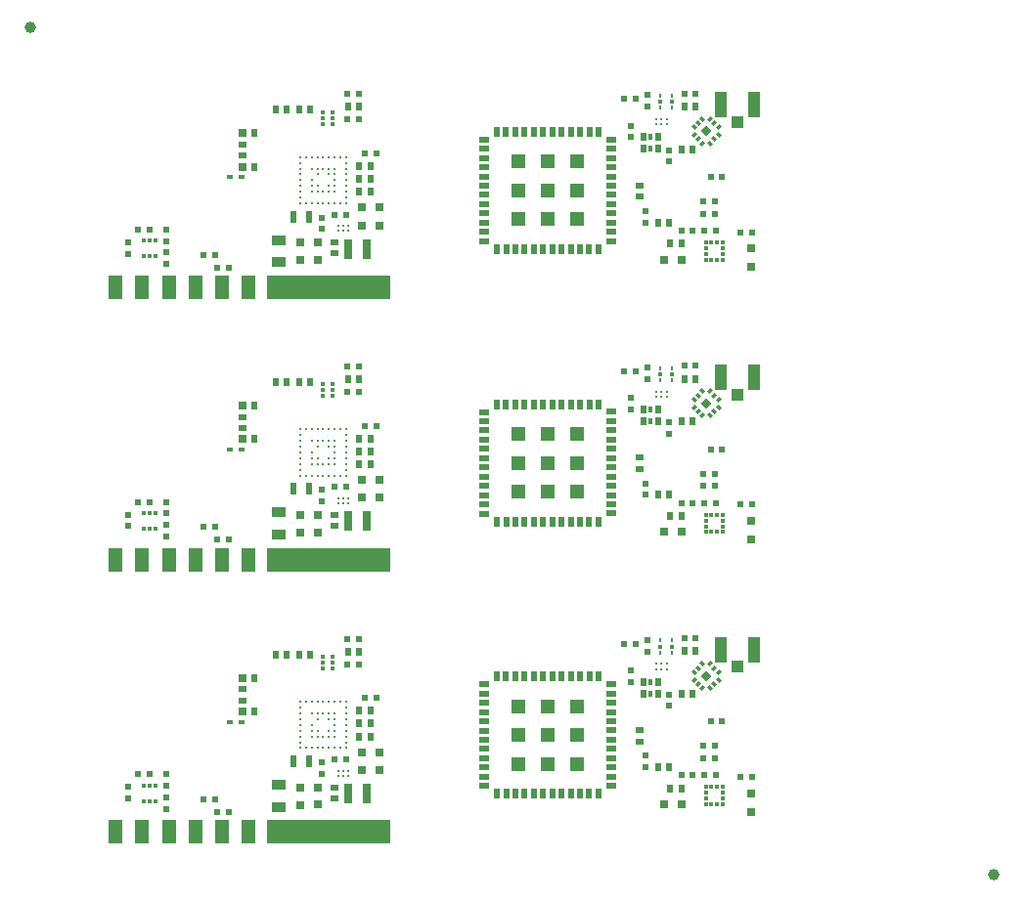
<source format=gbp>
G04*
G04 #@! TF.GenerationSoftware,Altium Limited,Altium Designer,19.1.8 (144)*
G04*
G04 Layer_Color=128*
%FSAX25Y25*%
%MOIN*%
G70*
G01*
G75*
%ADD10C,0.03937*%
%ADD11R,0.01968X0.02362*%
%ADD12R,0.02520X0.02362*%
%ADD16R,0.03150X0.03150*%
%ADD20R,0.02362X0.01968*%
%ADD23R,0.02362X0.02520*%
%ADD24R,0.05118X0.03543*%
%ADD40R,0.02362X0.02953*%
%ADD44R,0.01968X0.02953*%
%ADD45R,0.01181X0.01968*%
%ADD46R,0.01968X0.02803*%
%ADD48R,0.01575X0.01181*%
%ADD50C,0.01181*%
%ADD55R,0.01181X0.01181*%
%ADD56R,0.01181X0.01181*%
%ADD57R,0.02441X0.02244*%
%ADD58R,0.03937X0.03937*%
%ADD59R,0.03937X0.08661*%
%ADD60R,0.04134X0.08661*%
%ADD61R,0.03150X0.03150*%
%ADD66R,0.42126X0.07874*%
%ADD67R,0.04724X0.07874*%
%ADD68R,0.02362X0.04331*%
%ADD69R,0.01181X0.01772*%
%ADD70R,0.02756X0.06693*%
%ADD71R,0.02803X0.02244*%
%ADD72R,0.02244X0.02803*%
%ADD73R,0.01968X0.01575*%
%ADD74R,0.02803X0.02520*%
%ADD75R,0.02362X0.02803*%
%ADD138R,0.03780X0.01968*%
%ADD139R,0.03740X0.01929*%
%ADD140R,0.03740X0.01929*%
%ADD141R,0.01929X0.03740*%
G04:AMPARAMS|DCode=142|XSize=9.84mil|YSize=16.73mil|CornerRadius=0mil|HoleSize=0mil|Usage=FLASHONLY|Rotation=45.000|XOffset=0mil|YOffset=0mil|HoleType=Round|Shape=Rectangle|*
%AMROTATEDRECTD142*
4,1,4,0.00244,-0.00940,-0.00940,0.00244,-0.00244,0.00940,0.00940,-0.00244,0.00244,-0.00940,0.0*
%
%ADD142ROTATEDRECTD142*%

G04:AMPARAMS|DCode=143|XSize=9.84mil|YSize=16.73mil|CornerRadius=0mil|HoleSize=0mil|Usage=FLASHONLY|Rotation=315.000|XOffset=0mil|YOffset=0mil|HoleType=Round|Shape=Rectangle|*
%AMROTATEDRECTD143*
4,1,4,-0.00940,-0.00244,0.00244,0.00940,0.00940,0.00244,-0.00244,-0.00940,-0.00940,-0.00244,0.0*
%
%ADD143ROTATEDRECTD143*%

%ADD144P,0.03897X4X180.0*%
%ADD145R,0.01024X0.01417*%
%ADD146C,0.00039*%
%ADD147C,0.00787*%
%ADD148R,0.04724X0.04724*%
G04:AMPARAMS|DCode=149|XSize=47.24mil|YSize=47.24mil|CornerRadius=0mil|HoleSize=0mil|Usage=FLASHONLY|Rotation=360.000|XOffset=0mil|YOffset=0mil|HoleType=Round|Shape=RoundedRectangle|*
%AMROUNDEDRECTD149*
21,1,0.04724,0.04724,0,0,360.0*
21,1,0.04724,0.04724,0,0,360.0*
1,1,0.00000,0.02362,-0.02362*
1,1,0.00000,-0.02362,-0.02362*
1,1,0.00000,-0.02362,0.02362*
1,1,0.00000,0.02362,0.02362*
%
%ADD149ROUNDEDRECTD149*%
G36*
X0356909Y0328710D02*
X0356565Y0328366D01*
X0355925Y0328366D01*
Y0329448D01*
X0356909D01*
X0356909Y0328710D01*
D02*
G37*
G36*
Y0235797D02*
X0356565Y0235452D01*
X0355925Y0235452D01*
Y0236535D01*
X0356909D01*
X0356909Y0235797D01*
D02*
G37*
G36*
Y0142883D02*
X0356565Y0142539D01*
X0355925Y0142539D01*
Y0143622D01*
X0356909D01*
X0356909Y0142883D01*
D02*
G37*
D10*
X0454725Y0113189D02*
D03*
X0126181Y0402362D02*
D03*
D11*
X0368346Y0332362D02*
D03*
X0372283D02*
D03*
X0358110Y0351299D02*
D03*
X0362047D02*
D03*
X0359646Y0342952D02*
D03*
X0355709D02*
D03*
X0359646Y0338661D02*
D03*
X0355709D02*
D03*
X0349094Y0379684D02*
D03*
X0353031D02*
D03*
X0332401Y0377834D02*
D03*
X0328465D02*
D03*
X0359921Y0332913D02*
D03*
X0355984D02*
D03*
X0352008D02*
D03*
X0348071D02*
D03*
X0368346Y0239448D02*
D03*
X0372283D02*
D03*
X0358110Y0258385D02*
D03*
X0362047D02*
D03*
X0359646Y0250039D02*
D03*
X0355709D02*
D03*
X0359646Y0245747D02*
D03*
X0355709D02*
D03*
X0349094Y0286771D02*
D03*
X0353031D02*
D03*
X0332401Y0284921D02*
D03*
X0328465D02*
D03*
X0359921Y0240000D02*
D03*
X0355984D02*
D03*
X0352008D02*
D03*
X0348071D02*
D03*
X0368346Y0146535D02*
D03*
X0372283D02*
D03*
X0358110Y0165472D02*
D03*
X0362047D02*
D03*
X0359646Y0157125D02*
D03*
X0355709D02*
D03*
X0359646Y0152834D02*
D03*
X0355709D02*
D03*
X0349094Y0193858D02*
D03*
X0353031D02*
D03*
X0332401Y0192007D02*
D03*
X0328465D02*
D03*
X0359921Y0147086D02*
D03*
X0355984D02*
D03*
X0352008D02*
D03*
X0348071D02*
D03*
X0230000Y0152559D02*
D03*
X0233937D02*
D03*
X0238172Y0184919D02*
D03*
X0234235D02*
D03*
X0234245Y0193669D02*
D03*
X0238182D02*
D03*
X0166732Y0147441D02*
D03*
X0162795D02*
D03*
X0244291Y0173425D02*
D03*
X0240354D02*
D03*
X0189803Y0134488D02*
D03*
X0193740D02*
D03*
X0185354Y0138858D02*
D03*
X0189291D02*
D03*
X0230000Y0245473D02*
D03*
X0233937D02*
D03*
X0238172Y0277832D02*
D03*
X0234235D02*
D03*
X0234245Y0286582D02*
D03*
X0238182D02*
D03*
X0166732Y0240354D02*
D03*
X0162795D02*
D03*
X0244291Y0266339D02*
D03*
X0240354D02*
D03*
X0189803Y0227402D02*
D03*
X0193740D02*
D03*
X0185354Y0231772D02*
D03*
X0189291D02*
D03*
X0230000Y0338386D02*
D03*
X0233937D02*
D03*
X0238172Y0370746D02*
D03*
X0234235D02*
D03*
X0234245Y0379496D02*
D03*
X0238182D02*
D03*
X0166732Y0333268D02*
D03*
X0162795D02*
D03*
X0244291Y0359252D02*
D03*
X0240354D02*
D03*
X0189803Y0320315D02*
D03*
X0193740D02*
D03*
X0185354Y0324685D02*
D03*
X0189291D02*
D03*
D12*
X0333779Y0344527D02*
D03*
Y0348307D02*
D03*
Y0251614D02*
D03*
Y0255393D02*
D03*
Y0158700D02*
D03*
Y0162480D02*
D03*
X0229764Y0139252D02*
D03*
Y0143032D02*
D03*
Y0232165D02*
D03*
Y0235945D02*
D03*
Y0325079D02*
D03*
Y0328858D02*
D03*
D16*
X0371811Y0326732D02*
D03*
Y0320433D02*
D03*
Y0233818D02*
D03*
Y0227519D02*
D03*
Y0140905D02*
D03*
Y0134606D02*
D03*
X0218268Y0142953D02*
D03*
Y0137047D02*
D03*
X0224370Y0142992D02*
D03*
Y0137087D02*
D03*
X0218268Y0235866D02*
D03*
Y0229961D02*
D03*
X0224370Y0235906D02*
D03*
Y0230000D02*
D03*
X0218268Y0328780D02*
D03*
Y0322874D02*
D03*
X0224370Y0328819D02*
D03*
Y0322914D02*
D03*
D20*
X0335748Y0339606D02*
D03*
Y0335669D02*
D03*
X0330984Y0368700D02*
D03*
Y0364763D02*
D03*
X0336653Y0375157D02*
D03*
Y0379094D02*
D03*
X0335748Y0246692D02*
D03*
Y0242755D02*
D03*
X0330984Y0275787D02*
D03*
Y0271850D02*
D03*
X0336653Y0282244D02*
D03*
Y0286181D02*
D03*
X0335748Y0153779D02*
D03*
Y0149842D02*
D03*
X0330984Y0182873D02*
D03*
Y0178936D02*
D03*
X0336653Y0189330D02*
D03*
Y0193267D02*
D03*
X0172638Y0143504D02*
D03*
Y0147441D02*
D03*
Y0135630D02*
D03*
Y0139567D02*
D03*
X0159646Y0139173D02*
D03*
Y0143110D02*
D03*
X0225494Y0151513D02*
D03*
Y0147575D02*
D03*
X0172638Y0236417D02*
D03*
Y0240354D02*
D03*
Y0228543D02*
D03*
Y0232480D02*
D03*
X0159646Y0232087D02*
D03*
Y0236024D02*
D03*
X0225494Y0244426D02*
D03*
Y0240489D02*
D03*
X0172638Y0329331D02*
D03*
Y0333268D02*
D03*
Y0321457D02*
D03*
Y0325394D02*
D03*
X0159646Y0325000D02*
D03*
Y0328937D02*
D03*
X0225494Y0337339D02*
D03*
Y0333402D02*
D03*
D23*
X0340079Y0335669D02*
D03*
X0343858D02*
D03*
X0348110Y0328503D02*
D03*
X0344331D02*
D03*
X0352953Y0375275D02*
D03*
X0349173D02*
D03*
X0340079Y0242755D02*
D03*
X0343858D02*
D03*
X0348110Y0235590D02*
D03*
X0344331D02*
D03*
X0352953Y0282362D02*
D03*
X0349173D02*
D03*
X0340079Y0149842D02*
D03*
X0343858D02*
D03*
X0348110Y0142677D02*
D03*
X0344331D02*
D03*
X0352953Y0189448D02*
D03*
X0349173D02*
D03*
X0242165Y0164764D02*
D03*
X0238386D02*
D03*
X0242165Y0169095D02*
D03*
X0238386D02*
D03*
X0242165Y0160354D02*
D03*
X0238386D02*
D03*
X0202418Y0168858D02*
D03*
Y0180276D02*
D03*
X0238233Y0189339D02*
D03*
X0234454D02*
D03*
X0242165Y0257677D02*
D03*
X0238386D02*
D03*
X0242165Y0262008D02*
D03*
X0238386D02*
D03*
X0242165Y0253268D02*
D03*
X0238386D02*
D03*
X0202418Y0261772D02*
D03*
Y0273189D02*
D03*
X0238233Y0282252D02*
D03*
X0234454D02*
D03*
X0242165Y0350591D02*
D03*
X0238386D02*
D03*
X0242165Y0354921D02*
D03*
X0238386D02*
D03*
X0242165Y0346181D02*
D03*
X0238386D02*
D03*
X0202418Y0354685D02*
D03*
Y0366103D02*
D03*
X0238233Y0375166D02*
D03*
X0234454D02*
D03*
D24*
X0210787Y0136339D02*
D03*
Y0143819D02*
D03*
Y0229252D02*
D03*
Y0236732D02*
D03*
Y0322165D02*
D03*
Y0329646D02*
D03*
D40*
X0348149Y0360669D02*
D03*
X0351929D02*
D03*
X0348149Y0267755D02*
D03*
X0351929D02*
D03*
X0348149Y0174842D02*
D03*
X0351929D02*
D03*
D44*
X0335079Y0360807D02*
D03*
Y0267893D02*
D03*
Y0174980D02*
D03*
D45*
X0337638Y0360807D02*
D03*
Y0364744D02*
D03*
Y0267893D02*
D03*
Y0271830D02*
D03*
Y0174980D02*
D03*
Y0178917D02*
D03*
D46*
X0340197Y0360807D02*
D03*
X0335079Y0364744D02*
D03*
X0340197D02*
D03*
Y0267893D02*
D03*
X0335079Y0271830D02*
D03*
X0340197D02*
D03*
Y0174980D02*
D03*
X0335079Y0178917D02*
D03*
X0340197D02*
D03*
D48*
X0344921Y0376850D02*
D03*
X0340984D02*
D03*
X0344921Y0283937D02*
D03*
X0340984D02*
D03*
X0344921Y0191023D02*
D03*
X0340984D02*
D03*
X0229158Y0183550D02*
D03*
Y0185519D02*
D03*
Y0187487D02*
D03*
X0226008D02*
D03*
Y0185519D02*
D03*
Y0183550D02*
D03*
X0229158Y0276464D02*
D03*
Y0278432D02*
D03*
Y0280401D02*
D03*
X0226008D02*
D03*
Y0278432D02*
D03*
Y0276464D02*
D03*
X0229158Y0369377D02*
D03*
Y0371346D02*
D03*
Y0373314D02*
D03*
X0226008D02*
D03*
Y0371346D02*
D03*
Y0369377D02*
D03*
D50*
X0233937Y0156417D02*
D03*
Y0158386D02*
D03*
Y0160354D02*
D03*
Y0162323D02*
D03*
Y0164291D02*
D03*
Y0166260D02*
D03*
Y0168228D02*
D03*
Y0170197D02*
D03*
Y0172165D02*
D03*
X0218189Y0156417D02*
D03*
X0220158D02*
D03*
X0222126D02*
D03*
X0224095D02*
D03*
X0226063D02*
D03*
X0228031D02*
D03*
X0230000D02*
D03*
X0231968D02*
D03*
X0218189Y0158386D02*
D03*
Y0160354D02*
D03*
X0222126D02*
D03*
X0224095D02*
D03*
X0226063D02*
D03*
X0228031D02*
D03*
X0230000D02*
D03*
X0218189Y0162323D02*
D03*
X0222126D02*
D03*
X0224095D02*
D03*
X0228031D02*
D03*
X0230000D02*
D03*
X0218189Y0164291D02*
D03*
X0222126D02*
D03*
X0230000D02*
D03*
X0218189Y0166260D02*
D03*
X0224095D02*
D03*
X0228031D02*
D03*
X0230000D02*
D03*
X0218189Y0168228D02*
D03*
X0222126D02*
D03*
X0224095D02*
D03*
X0226063D02*
D03*
X0228031D02*
D03*
X0230000D02*
D03*
X0218189Y0170197D02*
D03*
Y0172165D02*
D03*
X0220158D02*
D03*
X0222126D02*
D03*
X0224095D02*
D03*
X0226063D02*
D03*
X0228031D02*
D03*
X0230000D02*
D03*
X0231968D02*
D03*
X0233937Y0249331D02*
D03*
Y0251299D02*
D03*
Y0253268D02*
D03*
Y0255236D02*
D03*
Y0257205D02*
D03*
Y0259173D02*
D03*
Y0261142D02*
D03*
Y0263110D02*
D03*
Y0265079D02*
D03*
X0218189Y0249331D02*
D03*
X0220158D02*
D03*
X0222126D02*
D03*
X0224095D02*
D03*
X0226063D02*
D03*
X0228031D02*
D03*
X0230000D02*
D03*
X0231968D02*
D03*
X0218189Y0251299D02*
D03*
Y0253268D02*
D03*
X0222126D02*
D03*
X0224095D02*
D03*
X0226063D02*
D03*
X0228031D02*
D03*
X0230000D02*
D03*
X0218189Y0255236D02*
D03*
X0222126D02*
D03*
X0224095D02*
D03*
X0228031D02*
D03*
X0230000D02*
D03*
X0218189Y0257205D02*
D03*
X0222126D02*
D03*
X0230000D02*
D03*
X0218189Y0259173D02*
D03*
X0224095D02*
D03*
X0228031D02*
D03*
X0230000D02*
D03*
X0218189Y0261142D02*
D03*
X0222126D02*
D03*
X0224095D02*
D03*
X0226063D02*
D03*
X0228031D02*
D03*
X0230000D02*
D03*
X0218189Y0263110D02*
D03*
Y0265079D02*
D03*
X0220158D02*
D03*
X0222126D02*
D03*
X0224095D02*
D03*
X0226063D02*
D03*
X0228031D02*
D03*
X0230000D02*
D03*
X0231968D02*
D03*
X0233937Y0342244D02*
D03*
Y0344213D02*
D03*
Y0346181D02*
D03*
Y0348150D02*
D03*
Y0350118D02*
D03*
Y0352087D02*
D03*
Y0354055D02*
D03*
Y0356024D02*
D03*
Y0357992D02*
D03*
X0218189Y0342244D02*
D03*
X0220158D02*
D03*
X0222126D02*
D03*
X0224095D02*
D03*
X0226063D02*
D03*
X0228031D02*
D03*
X0230000D02*
D03*
X0231968D02*
D03*
X0218189Y0344213D02*
D03*
Y0346181D02*
D03*
X0222126D02*
D03*
X0224095D02*
D03*
X0226063D02*
D03*
X0228031D02*
D03*
X0230000D02*
D03*
X0218189Y0348150D02*
D03*
X0222126D02*
D03*
X0224095D02*
D03*
X0228031D02*
D03*
X0230000D02*
D03*
X0218189Y0350118D02*
D03*
X0222126D02*
D03*
X0230000D02*
D03*
X0218189Y0352087D02*
D03*
X0224095D02*
D03*
X0228031D02*
D03*
X0230000D02*
D03*
X0218189Y0354055D02*
D03*
X0222126D02*
D03*
X0224095D02*
D03*
X0226063D02*
D03*
X0228031D02*
D03*
X0230000D02*
D03*
X0218189Y0356024D02*
D03*
Y0357992D02*
D03*
X0220158D02*
D03*
X0222126D02*
D03*
X0224095D02*
D03*
X0226063D02*
D03*
X0228031D02*
D03*
X0230000D02*
D03*
X0231968D02*
D03*
D55*
X0356417Y0328897D02*
D03*
X0358386D02*
D03*
X0360354D02*
D03*
X0362323D02*
D03*
Y0322992D02*
D03*
X0360354D02*
D03*
X0358386D02*
D03*
X0356417D02*
D03*
Y0235984D02*
D03*
X0358386D02*
D03*
X0360354D02*
D03*
X0362323D02*
D03*
Y0230078D02*
D03*
X0360354D02*
D03*
X0358386D02*
D03*
X0356417D02*
D03*
Y0143070D02*
D03*
X0358386D02*
D03*
X0360354D02*
D03*
X0362323D02*
D03*
Y0137165D02*
D03*
X0360354D02*
D03*
X0358386D02*
D03*
X0356417D02*
D03*
D56*
X0362323Y0326929D02*
D03*
X0362323Y0324960D02*
D03*
X0356417D02*
D03*
Y0326929D02*
D03*
X0362323Y0234015D02*
D03*
X0362323Y0232047D02*
D03*
X0356417D02*
D03*
Y0234015D02*
D03*
X0362323Y0141102D02*
D03*
X0362323Y0139133D02*
D03*
X0356417D02*
D03*
Y0141102D02*
D03*
D57*
X0343937Y0356614D02*
D03*
Y0360314D02*
D03*
Y0263700D02*
D03*
Y0267401D02*
D03*
Y0170787D02*
D03*
Y0174488D02*
D03*
D58*
X0367126Y0369968D02*
D03*
Y0277055D02*
D03*
Y0184141D02*
D03*
D59*
X0361713Y0375873D02*
D03*
Y0282960D02*
D03*
Y0190047D02*
D03*
D60*
X0372933Y0375873D02*
D03*
Y0282960D02*
D03*
Y0190047D02*
D03*
D61*
X0342205Y0322992D02*
D03*
X0348110D02*
D03*
X0342205Y0230078D02*
D03*
X0348110D02*
D03*
X0342205Y0137165D02*
D03*
X0348110D02*
D03*
X0239252Y0155000D02*
D03*
X0245158D02*
D03*
X0239213Y0148819D02*
D03*
X0245118D02*
D03*
X0239252Y0247914D02*
D03*
X0245158D02*
D03*
X0239213Y0241732D02*
D03*
X0245118D02*
D03*
X0239252Y0340827D02*
D03*
X0245158D02*
D03*
X0239213Y0334646D02*
D03*
X0245118D02*
D03*
D66*
X0227957Y0127756D02*
D03*
Y0220669D02*
D03*
Y0313583D02*
D03*
D67*
X0155315Y0127756D02*
D03*
X0164370D02*
D03*
X0173425D02*
D03*
X0182480D02*
D03*
X0191535D02*
D03*
X0200591D02*
D03*
X0155315Y0220669D02*
D03*
X0164370D02*
D03*
X0173425D02*
D03*
X0182480D02*
D03*
X0191535D02*
D03*
X0200591D02*
D03*
X0155315Y0313583D02*
D03*
X0164370D02*
D03*
X0173425D02*
D03*
X0182480D02*
D03*
X0191535D02*
D03*
X0200591D02*
D03*
D68*
X0221378Y0151850D02*
D03*
X0215866D02*
D03*
X0221378Y0244764D02*
D03*
X0215866D02*
D03*
X0221378Y0337677D02*
D03*
X0215866D02*
D03*
D69*
X0164803Y0138366D02*
D03*
X0166772D02*
D03*
X0168740D02*
D03*
X0164803Y0143681D02*
D03*
X0166772D02*
D03*
X0168740D02*
D03*
X0164803Y0231280D02*
D03*
X0166772D02*
D03*
X0168740D02*
D03*
X0164803Y0236595D02*
D03*
X0166772D02*
D03*
X0168740D02*
D03*
X0164803Y0324193D02*
D03*
X0166772D02*
D03*
X0168740D02*
D03*
X0164803Y0329508D02*
D03*
X0166772D02*
D03*
X0168740D02*
D03*
D70*
X0234606Y0140852D02*
D03*
X0240905D02*
D03*
X0234606Y0233766D02*
D03*
X0240905D02*
D03*
X0234606Y0326679D02*
D03*
X0240905D02*
D03*
D71*
X0198641Y0176417D02*
D03*
Y0172717D02*
D03*
Y0269331D02*
D03*
Y0265630D02*
D03*
Y0362244D02*
D03*
Y0358543D02*
D03*
D72*
X0221595Y0188335D02*
D03*
X0217894D02*
D03*
X0221595Y0281248D02*
D03*
X0217894D02*
D03*
X0221595Y0374162D02*
D03*
X0217894D02*
D03*
D73*
X0198228Y0165354D02*
D03*
X0194291D02*
D03*
X0198228Y0258268D02*
D03*
X0194291D02*
D03*
X0198228Y0351181D02*
D03*
X0194291D02*
D03*
D74*
X0198638Y0168858D02*
D03*
Y0180276D02*
D03*
Y0261772D02*
D03*
Y0273189D02*
D03*
Y0354685D02*
D03*
Y0366103D02*
D03*
D75*
X0213722Y0188336D02*
D03*
X0209942D02*
D03*
X0213722Y0281250D02*
D03*
X0209942D02*
D03*
X0213722Y0374163D02*
D03*
X0209942D02*
D03*
D138*
X0280787Y0329291D02*
D03*
X0324330Y0329330D02*
D03*
Y0332480D02*
D03*
Y0335630D02*
D03*
Y0338779D02*
D03*
Y0341929D02*
D03*
Y0345078D02*
D03*
Y0348228D02*
D03*
Y0351377D02*
D03*
Y0354527D02*
D03*
Y0357677D02*
D03*
Y0360826D02*
D03*
Y0363976D02*
D03*
X0280787Y0236378D02*
D03*
X0324330Y0236417D02*
D03*
Y0239567D02*
D03*
Y0242716D02*
D03*
Y0245866D02*
D03*
Y0249015D02*
D03*
Y0252165D02*
D03*
Y0255314D02*
D03*
Y0258464D02*
D03*
Y0261613D02*
D03*
Y0264763D02*
D03*
Y0267913D02*
D03*
Y0271062D02*
D03*
X0280787Y0143464D02*
D03*
X0324330Y0143504D02*
D03*
Y0146653D02*
D03*
Y0149803D02*
D03*
Y0152952D02*
D03*
Y0156102D02*
D03*
Y0159252D02*
D03*
Y0162401D02*
D03*
Y0165550D02*
D03*
Y0168700D02*
D03*
Y0171850D02*
D03*
Y0174999D02*
D03*
Y0178149D02*
D03*
D139*
X0280768Y0332421D02*
D03*
Y0335610D02*
D03*
Y0341909D02*
D03*
Y0345059D02*
D03*
Y0348208D02*
D03*
Y0351358D02*
D03*
Y0354507D02*
D03*
Y0357657D02*
D03*
Y0360806D02*
D03*
Y0363956D02*
D03*
Y0239508D02*
D03*
Y0242696D02*
D03*
Y0248996D02*
D03*
Y0252145D02*
D03*
Y0255294D02*
D03*
Y0258444D02*
D03*
Y0261594D02*
D03*
Y0264743D02*
D03*
Y0267893D02*
D03*
Y0271043D02*
D03*
Y0146594D02*
D03*
Y0149783D02*
D03*
Y0156082D02*
D03*
Y0159232D02*
D03*
Y0162381D02*
D03*
Y0165531D02*
D03*
Y0168680D02*
D03*
Y0171830D02*
D03*
Y0174980D02*
D03*
Y0178129D02*
D03*
D140*
Y0338760D02*
D03*
Y0245846D02*
D03*
Y0152933D02*
D03*
D141*
X0285216Y0366633D02*
D03*
X0288366D02*
D03*
X0291555D02*
D03*
X0294705D02*
D03*
X0297815D02*
D03*
X0300965D02*
D03*
X0304114D02*
D03*
X0307264D02*
D03*
X0310413D02*
D03*
X0313562D02*
D03*
X0316752D02*
D03*
X0320059D02*
D03*
X0285216Y0326634D02*
D03*
X0288405Y0326594D02*
D03*
X0291555D02*
D03*
X0294705D02*
D03*
X0297854D02*
D03*
X0300965D02*
D03*
X0304114D02*
D03*
X0307264D02*
D03*
X0310413D02*
D03*
X0313563D02*
D03*
X0316712D02*
D03*
X0319901D02*
D03*
X0285216Y0273720D02*
D03*
X0288366D02*
D03*
X0291555D02*
D03*
X0294705D02*
D03*
X0297815D02*
D03*
X0300965D02*
D03*
X0304114D02*
D03*
X0307264D02*
D03*
X0310413D02*
D03*
X0313562D02*
D03*
X0316752D02*
D03*
X0320059D02*
D03*
X0285216Y0233720D02*
D03*
X0288405Y0233681D02*
D03*
X0291555D02*
D03*
X0294705D02*
D03*
X0297854D02*
D03*
X0300965D02*
D03*
X0304114D02*
D03*
X0307264D02*
D03*
X0310413D02*
D03*
X0313563D02*
D03*
X0316712D02*
D03*
X0319901D02*
D03*
X0285216Y0180806D02*
D03*
X0288366D02*
D03*
X0291555D02*
D03*
X0294705D02*
D03*
X0297815D02*
D03*
X0300965D02*
D03*
X0304114D02*
D03*
X0307264D02*
D03*
X0310413D02*
D03*
X0313562D02*
D03*
X0316752D02*
D03*
X0320059D02*
D03*
X0285216Y0140807D02*
D03*
X0288405Y0140767D02*
D03*
X0291555D02*
D03*
X0294705D02*
D03*
X0297854D02*
D03*
X0300965D02*
D03*
X0304114D02*
D03*
X0307264D02*
D03*
X0310413D02*
D03*
X0313563D02*
D03*
X0316712D02*
D03*
X0319901D02*
D03*
D142*
X0352447Y0368194D02*
D03*
X0353936Y0369489D02*
D03*
X0355230Y0370978D02*
D03*
X0360782Y0365427D02*
D03*
X0359292Y0364132D02*
D03*
X0357998Y0362643D02*
D03*
X0352447Y0275281D02*
D03*
X0353936Y0276575D02*
D03*
X0355230Y0278065D02*
D03*
X0360782Y0272514D02*
D03*
X0359292Y0271219D02*
D03*
X0357998Y0269730D02*
D03*
X0352447Y0182367D02*
D03*
X0353936Y0183662D02*
D03*
X0355230Y0185151D02*
D03*
X0360782Y0179600D02*
D03*
X0359292Y0178306D02*
D03*
X0357998Y0176816D02*
D03*
D143*
X0357999Y0370979D02*
D03*
X0359294Y0369490D02*
D03*
X0360783Y0368196D02*
D03*
X0355230Y0362643D02*
D03*
X0353936Y0364132D02*
D03*
X0352447Y0365427D02*
D03*
X0357999Y0278066D02*
D03*
X0359294Y0276577D02*
D03*
X0360783Y0275282D02*
D03*
X0355230Y0269730D02*
D03*
X0353936Y0271219D02*
D03*
X0352447Y0272514D02*
D03*
X0357999Y0185153D02*
D03*
X0359294Y0183663D02*
D03*
X0360783Y0182369D02*
D03*
X0355230Y0176816D02*
D03*
X0353936Y0178306D02*
D03*
X0352447Y0179600D02*
D03*
D144*
X0356614Y0366810D02*
D03*
Y0273897D02*
D03*
Y0180984D02*
D03*
D145*
X0344921Y0374763D02*
D03*
Y0378937D02*
D03*
X0340984Y0374763D02*
D03*
Y0378937D02*
D03*
X0344921Y0281850D02*
D03*
Y0286023D02*
D03*
X0340984Y0281850D02*
D03*
Y0286023D02*
D03*
X0344921Y0188936D02*
D03*
Y0193110D02*
D03*
X0340984Y0188936D02*
D03*
Y0193110D02*
D03*
D146*
X0427086Y0340551D02*
D03*
X0432087D02*
D03*
X0427086Y0345551D02*
D03*
X0432087D02*
D03*
X0427086Y0350866D02*
D03*
X0432087Y0350551D02*
D03*
X0427086Y0247637D02*
D03*
X0432087D02*
D03*
X0427086Y0252637D02*
D03*
X0432087D02*
D03*
X0427086Y0257952D02*
D03*
X0432087Y0257637D02*
D03*
X0427086Y0154724D02*
D03*
X0432087D02*
D03*
X0427086Y0159724D02*
D03*
X0432087D02*
D03*
X0427086Y0165039D02*
D03*
X0432087Y0164724D02*
D03*
D147*
X0343149Y0369114D02*
D03*
Y0370885D02*
D03*
X0341378Y0369114D02*
D03*
Y0370885D02*
D03*
X0339606Y0369114D02*
D03*
Y0370885D02*
D03*
X0343149Y0276200D02*
D03*
Y0277972D02*
D03*
X0341378Y0276200D02*
D03*
Y0277972D02*
D03*
X0339606Y0276200D02*
D03*
Y0277972D02*
D03*
X0343149Y0183287D02*
D03*
Y0185058D02*
D03*
X0341378Y0183287D02*
D03*
Y0185058D02*
D03*
X0339606Y0183287D02*
D03*
Y0185058D02*
D03*
X0231102Y0148721D02*
D03*
X0232874D02*
D03*
X0234646D02*
D03*
X0231102Y0146949D02*
D03*
X0232874D02*
D03*
X0234646D02*
D03*
X0231102Y0241634D02*
D03*
X0232874D02*
D03*
X0234646D02*
D03*
X0231102Y0239862D02*
D03*
X0232874D02*
D03*
X0234646D02*
D03*
X0231102Y0334547D02*
D03*
X0232874D02*
D03*
X0234646D02*
D03*
X0231102Y0332776D02*
D03*
X0232874D02*
D03*
X0234646D02*
D03*
D148*
X0312409Y0356476D02*
D03*
X0302567D02*
D03*
X0292626D02*
D03*
X0312409Y0346633D02*
D03*
X0302567D02*
D03*
X0292724D02*
D03*
X0312409Y0336791D02*
D03*
X0302567Y0336791D02*
D03*
X0312409Y0263562D02*
D03*
X0302567D02*
D03*
X0292626D02*
D03*
X0312409Y0253720D02*
D03*
X0302567D02*
D03*
X0292724D02*
D03*
X0312409Y0243877D02*
D03*
X0302567Y0243877D02*
D03*
X0312409Y0170649D02*
D03*
X0302567D02*
D03*
X0292626D02*
D03*
X0312409Y0160807D02*
D03*
X0302567D02*
D03*
X0292724D02*
D03*
X0312409Y0150964D02*
D03*
X0302567Y0150964D02*
D03*
D149*
X0292724Y0336791D02*
D03*
Y0243877D02*
D03*
Y0150964D02*
D03*
M02*

</source>
